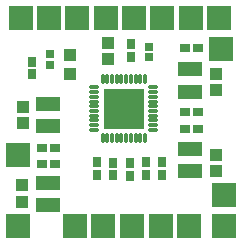
<source format=gts>
G04*
G04 #@! TF.GenerationSoftware,Altium Limited,Altium Designer,25.0.2 (28)*
G04*
G04 Layer_Color=8388736*
%FSLAX44Y44*%
%MOMM*%
G71*
G04*
G04 #@! TF.SameCoordinates,45B9F587-651D-48FE-9BFB-3449DA8E954A*
G04*
G04*
G04 #@! TF.FilePolarity,Negative*
G04*
G01*
G75*
%ADD18R,0.6416X0.8917*%
%ADD19R,2.0032X1.3032*%
%ADD20R,1.1032X1.0032*%
%ADD21R,0.6416X0.6673*%
%ADD22R,0.8917X0.6416*%
%ADD23R,1.0032X1.0032*%
%ADD24O,0.9000X0.3000*%
%ADD25O,0.3000X0.9000*%
%ADD26R,3.5000X3.5000*%
%ADD27R,2.1000X2.1000*%
D18*
X108606Y166392D02*
D03*
Y155491D02*
D03*
X79352Y55305D02*
D03*
Y66206D02*
D03*
X120930D02*
D03*
Y55305D02*
D03*
X134790D02*
D03*
Y66206D02*
D03*
X93211Y55103D02*
D03*
Y66004D02*
D03*
X107071Y65891D02*
D03*
Y54990D02*
D03*
X24130Y140599D02*
D03*
Y151501D02*
D03*
D19*
X158477Y77562D02*
D03*
Y58563D02*
D03*
Y125797D02*
D03*
Y144796D02*
D03*
X37763Y29778D02*
D03*
Y48777D02*
D03*
Y115863D02*
D03*
Y96863D02*
D03*
D20*
X179949Y72542D02*
D03*
Y58542D02*
D03*
X180212Y127146D02*
D03*
Y141146D02*
D03*
X16165Y46613D02*
D03*
Y32613D02*
D03*
X16509Y99255D02*
D03*
Y113256D02*
D03*
X88510Y167351D02*
D03*
Y153350D02*
D03*
D21*
X123302Y163972D02*
D03*
Y155316D02*
D03*
X39692Y157499D02*
D03*
Y148843D02*
D03*
D22*
X164741Y163229D02*
D03*
X153840D02*
D03*
X153840Y108600D02*
D03*
X164741D02*
D03*
Y94248D02*
D03*
X153840D02*
D03*
X33126Y64404D02*
D03*
X44027D02*
D03*
X33126Y78381D02*
D03*
X44027D02*
D03*
D23*
X56516Y140979D02*
D03*
X56513Y156968D02*
D03*
D24*
X77245Y129667D02*
D03*
Y125666D02*
D03*
Y121666D02*
D03*
Y117665D02*
D03*
Y113665D02*
D03*
Y109667D02*
D03*
Y105666D02*
D03*
Y101666D02*
D03*
Y97665D02*
D03*
Y93665D02*
D03*
X127245D02*
D03*
Y97665D02*
D03*
Y101666D02*
D03*
Y105666D02*
D03*
Y109667D02*
D03*
Y113665D02*
D03*
Y117665D02*
D03*
Y121666D02*
D03*
Y125666D02*
D03*
Y129667D02*
D03*
D25*
X84244Y136665D02*
D03*
X88245D02*
D03*
X92245D02*
D03*
X96246D02*
D03*
X100246D02*
D03*
X104244D02*
D03*
X108244D02*
D03*
X112245D02*
D03*
X116245D02*
D03*
X120246D02*
D03*
Y86665D02*
D03*
X116245D02*
D03*
X112245D02*
D03*
X108244D02*
D03*
X104244D02*
D03*
X100246D02*
D03*
X96246D02*
D03*
X92245D02*
D03*
X88245D02*
D03*
X84244D02*
D03*
D26*
X102245Y111666D02*
D03*
D27*
X133308Y12453D02*
D03*
X12776D02*
D03*
X12975Y72757D02*
D03*
X60791Y12453D02*
D03*
X84963D02*
D03*
X109135D02*
D03*
X157480D02*
D03*
X186740D02*
D03*
X186896Y38159D02*
D03*
X184084Y161816D02*
D03*
X182775Y188203D02*
D03*
X158809D02*
D03*
X134842D02*
D03*
X110652Y188483D02*
D03*
X86909Y188203D02*
D03*
X62942D02*
D03*
X38975D02*
D03*
X15008D02*
D03*
M02*

</source>
